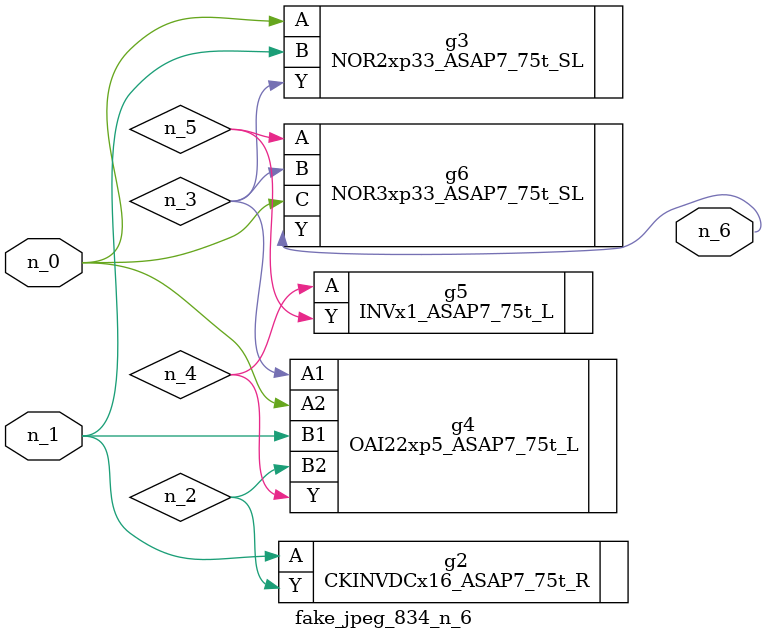
<source format=v>
module fake_jpeg_834_n_6 (n_0, n_1, n_6);

input n_0;
input n_1;

output n_6;

wire n_2;
wire n_3;
wire n_4;
wire n_5;

CKINVDCx16_ASAP7_75t_R g2 ( 
.A(n_1),
.Y(n_2)
);

NOR2xp33_ASAP7_75t_SL g3 ( 
.A(n_0),
.B(n_1),
.Y(n_3)
);

OAI22xp5_ASAP7_75t_L g4 ( 
.A1(n_3),
.A2(n_0),
.B1(n_1),
.B2(n_2),
.Y(n_4)
);

INVx1_ASAP7_75t_L g5 ( 
.A(n_4),
.Y(n_5)
);

NOR3xp33_ASAP7_75t_SL g6 ( 
.A(n_5),
.B(n_3),
.C(n_0),
.Y(n_6)
);


endmodule
</source>
